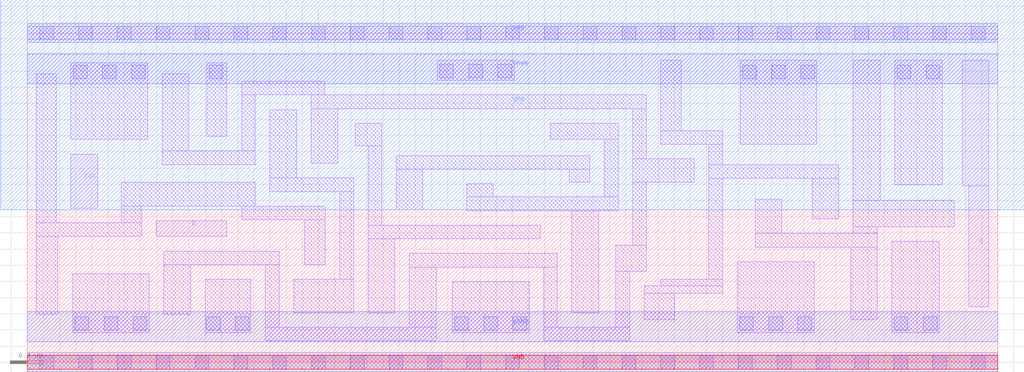
<source format=lef>
# Copyright 2020 The SkyWater PDK Authors
#
# Licensed under the Apache License, Version 2.0 (the "License");
# you may not use this file except in compliance with the License.
# You may obtain a copy of the License at
#
#     https://www.apache.org/licenses/LICENSE-2.0
#
# Unless required by applicable law or agreed to in writing, software
# distributed under the License is distributed on an "AS IS" BASIS,
# WITHOUT WARRANTIES OR CONDITIONS OF ANY KIND, either express or implied.
# See the License for the specific language governing permissions and
# limitations under the License.
#
# SPDX-License-Identifier: Apache-2.0

VERSION 5.7 ;
  NOWIREEXTENSIONATPIN ON ;
  DIVIDERCHAR "/" ;
  BUSBITCHARS "[]" ;
MACRO sky130_fd_sc_hvl__dfxtp_1
  CLASS CORE ;
  FOREIGN sky130_fd_sc_hvl__dfxtp_1 ;
  ORIGIN  0.000000  0.000000 ;
  SIZE  12.00000 BY  4.070000 ;
  SYMMETRY X Y ;
  SITE unithv ;
  PIN D
    ANTENNAGATEAREA  0.420000 ;
    DIRECTION INPUT ;
    USE SIGNAL ;
    PORT
      LAYER li1 ;
        RECT 1.595000 1.555000 2.470000 1.750000 ;
    END
  END D
  PIN Q
    ANTENNADIFFAREA  0.596250 ;
    DIRECTION OUTPUT ;
    USE SIGNAL ;
    PORT
      LAYER li1 ;
        RECT 11.560000 2.185000 11.890000 3.735000 ;
        RECT 11.640000 0.685000 11.890000 2.185000 ;
    END
  END Q
  PIN CLK
    ANTENNAGATEAREA  0.585000 ;
    DIRECTION INPUT ;
    USE CLOCK ;
    PORT
      LAYER li1 ;
        RECT 0.540000 1.905000 0.870000 2.575000 ;
    END
  END CLK
  PIN VGND
    DIRECTION INOUT ;
    USE GROUND ;
    PORT
      LAYER met1 ;
        RECT 0.000000 0.255000 12.000000 0.625000 ;
    END
  END VGND
  PIN VNB
    DIRECTION INOUT ;
    USE GROUND ;
    PORT
      LAYER met1 ;
        RECT 0.000000 -0.115000 12.000000 0.115000 ;
      LAYER pwell ;
        RECT 0.000000 -0.085000 12.000000 0.085000 ;
    END
  END VNB
  PIN VPB
    DIRECTION INOUT ;
    USE POWER ;
    PORT
      LAYER met1 ;
        RECT 0.000000 3.955000 12.000000 4.185000 ;
      LAYER nwell ;
        RECT -0.330000 1.885000 12.330000 4.485000 ;
    END
  END VPB
  PIN VPWR
    DIRECTION INOUT ;
    USE POWER ;
    PORT
      LAYER met1 ;
        RECT 0.000000 3.445000 12.000000 3.815000 ;
    END
  END VPWR
  OBS
    LAYER li1 ;
      RECT  0.000000 -0.085000 12.000000 0.085000 ;
      RECT  0.000000  3.985000 12.000000 4.155000 ;
      RECT  0.110000  0.595000  0.380000 1.555000 ;
      RECT  0.110000  1.555000  1.415000 1.725000 ;
      RECT  0.110000  1.725000  0.360000 3.565000 ;
      RECT  0.540000  2.755000  1.490000 3.705000 ;
      RECT  0.560000  0.365000  1.510000 1.095000 ;
      RECT  1.165000  1.725000  1.415000 1.930000 ;
      RECT  1.165000  1.930000  2.820000 2.225000 ;
      RECT  1.670000  2.445000  2.820000 2.615000 ;
      RECT  1.670000  2.615000  2.000000 3.565000 ;
      RECT  1.690000  0.595000  2.020000 1.205000 ;
      RECT  1.690000  1.205000  3.115000 1.375000 ;
      RECT  2.200000  0.365000  2.765000 1.025000 ;
      RECT  2.220000  2.795000  2.470000 3.705000 ;
      RECT  2.650000  1.760000  3.685000 1.930000 ;
      RECT  2.650000  2.615000  2.820000 3.305000 ;
      RECT  2.650000  3.305000  3.680000 3.475000 ;
      RECT  2.945000  0.265000  5.055000 0.435000 ;
      RECT  2.945000  0.435000  3.115000 1.205000 ;
      RECT  3.000000  2.110000  4.035000 2.280000 ;
      RECT  3.000000  2.280000  3.330000 3.125000 ;
      RECT  3.295000  0.615000  4.035000 1.025000 ;
      RECT  3.430000  1.205000  3.685000 1.760000 ;
      RECT  3.510000  2.460000  3.840000 3.135000 ;
      RECT  3.510000  3.135000  7.655000 3.305000 ;
      RECT  3.865000  1.025000  4.035000 2.110000 ;
      RECT  4.055000  2.675000  4.385000 2.955000 ;
      RECT  4.215000  0.615000  4.545000 1.525000 ;
      RECT  4.215000  1.525000  6.345000 1.695000 ;
      RECT  4.215000  1.695000  4.385000 2.675000 ;
      RECT  4.565000  1.885000  4.890000 2.385000 ;
      RECT  4.565000  2.385000  6.955000 2.555000 ;
      RECT  4.725000  0.435000  5.055000 1.175000 ;
      RECT  4.725000  1.175000  6.555000 1.345000 ;
      RECT  5.070000  3.485000  6.020000 3.735000 ;
      RECT  5.255000  0.365000  6.205000 0.995000 ;
      RECT  5.435000  1.875000  7.305000 2.045000 ;
      RECT  5.435000  2.045000  5.765000 2.205000 ;
      RECT  6.385000  0.265000  7.450000 0.435000 ;
      RECT  6.385000  0.435000  6.555000 1.175000 ;
      RECT  6.470000  2.755000  7.305000 2.955000 ;
      RECT  6.705000  2.225000  6.955000 2.385000 ;
      RECT  6.735000  0.615000  7.065000 1.875000 ;
      RECT  7.135000  2.045000  7.305000 2.755000 ;
      RECT  7.280000  0.435000  7.450000 1.125000 ;
      RECT  7.280000  1.125000  7.655000 1.445000 ;
      RECT  7.485000  1.445000  7.655000 2.225000 ;
      RECT  7.485000  2.225000  8.250000 2.515000 ;
      RECT  7.485000  2.515000  7.655000 3.135000 ;
      RECT  7.630000  0.525000  8.005000 0.855000 ;
      RECT  7.630000  0.855000  8.600000 0.945000 ;
      RECT  7.835000  0.945000  8.600000 1.025000 ;
      RECT  7.835000  2.695000  8.600000 2.865000 ;
      RECT  7.835000  2.865000  8.085000 3.735000 ;
      RECT  8.430000  1.025000  8.600000 2.275000 ;
      RECT  8.430000  2.275000 10.035000 2.445000 ;
      RECT  8.430000  2.445000  8.600000 2.695000 ;
      RECT  8.780000  0.365000  9.730000 1.245000 ;
      RECT  8.815000  2.695000  9.765000 3.735000 ;
      RECT  9.000000  1.425000 10.510000 1.595000 ;
      RECT  9.000000  1.595000  9.330000 2.015000 ;
      RECT  9.705000  1.775000 10.035000 2.275000 ;
      RECT 10.180000  0.525000 10.510000 1.425000 ;
      RECT 10.215000  1.595000 10.510000 1.675000 ;
      RECT 10.215000  1.675000 11.460000 2.005000 ;
      RECT 10.215000  2.005000 10.545000 3.735000 ;
      RECT 10.690000  0.365000 11.280000 1.495000 ;
      RECT 10.725000  2.195000 11.315000 3.735000 ;
    LAYER mcon ;
      RECT  0.155000 -0.085000  0.325000 0.085000 ;
      RECT  0.155000  3.985000  0.325000 4.155000 ;
      RECT  0.570000  3.505000  0.740000 3.675000 ;
      RECT  0.590000  0.395000  0.760000 0.565000 ;
      RECT  0.635000 -0.085000  0.805000 0.085000 ;
      RECT  0.635000  3.985000  0.805000 4.155000 ;
      RECT  0.930000  3.505000  1.100000 3.675000 ;
      RECT  0.950000  0.395000  1.120000 0.565000 ;
      RECT  1.115000 -0.085000  1.285000 0.085000 ;
      RECT  1.115000  3.985000  1.285000 4.155000 ;
      RECT  1.290000  3.505000  1.460000 3.675000 ;
      RECT  1.310000  0.395000  1.480000 0.565000 ;
      RECT  1.595000 -0.085000  1.765000 0.085000 ;
      RECT  1.595000  3.985000  1.765000 4.155000 ;
      RECT  2.075000 -0.085000  2.245000 0.085000 ;
      RECT  2.075000  3.985000  2.245000 4.155000 ;
      RECT  2.215000  0.395000  2.385000 0.565000 ;
      RECT  2.250000  3.505000  2.420000 3.675000 ;
      RECT  2.555000 -0.085000  2.725000 0.085000 ;
      RECT  2.555000  3.985000  2.725000 4.155000 ;
      RECT  2.575000  0.395000  2.745000 0.565000 ;
      RECT  3.035000 -0.085000  3.205000 0.085000 ;
      RECT  3.035000  3.985000  3.205000 4.155000 ;
      RECT  3.515000 -0.085000  3.685000 0.085000 ;
      RECT  3.515000  3.985000  3.685000 4.155000 ;
      RECT  3.995000 -0.085000  4.165000 0.085000 ;
      RECT  3.995000  3.985000  4.165000 4.155000 ;
      RECT  4.475000 -0.085000  4.645000 0.085000 ;
      RECT  4.475000  3.985000  4.645000 4.155000 ;
      RECT  4.955000 -0.085000  5.125000 0.085000 ;
      RECT  4.955000  3.985000  5.125000 4.155000 ;
      RECT  5.100000  3.515000  5.270000 3.685000 ;
      RECT  5.285000  0.395000  5.455000 0.565000 ;
      RECT  5.435000 -0.085000  5.605000 0.085000 ;
      RECT  5.435000  3.985000  5.605000 4.155000 ;
      RECT  5.460000  3.515000  5.630000 3.685000 ;
      RECT  5.645000  0.395000  5.815000 0.565000 ;
      RECT  5.820000  3.515000  5.990000 3.685000 ;
      RECT  5.915000 -0.085000  6.085000 0.085000 ;
      RECT  5.915000  3.985000  6.085000 4.155000 ;
      RECT  6.005000  0.395000  6.175000 0.565000 ;
      RECT  6.395000 -0.085000  6.565000 0.085000 ;
      RECT  6.395000  3.985000  6.565000 4.155000 ;
      RECT  6.875000 -0.085000  7.045000 0.085000 ;
      RECT  6.875000  3.985000  7.045000 4.155000 ;
      RECT  7.355000 -0.085000  7.525000 0.085000 ;
      RECT  7.355000  3.985000  7.525000 4.155000 ;
      RECT  7.835000 -0.085000  8.005000 0.085000 ;
      RECT  7.835000  3.985000  8.005000 4.155000 ;
      RECT  8.315000 -0.085000  8.485000 0.085000 ;
      RECT  8.315000  3.985000  8.485000 4.155000 ;
      RECT  8.795000 -0.085000  8.965000 0.085000 ;
      RECT  8.795000  3.985000  8.965000 4.155000 ;
      RECT  8.810000  0.395000  8.980000 0.565000 ;
      RECT  8.845000  3.505000  9.015000 3.675000 ;
      RECT  9.170000  0.395000  9.340000 0.565000 ;
      RECT  9.205000  3.505000  9.375000 3.675000 ;
      RECT  9.275000 -0.085000  9.445000 0.085000 ;
      RECT  9.275000  3.985000  9.445000 4.155000 ;
      RECT  9.530000  0.395000  9.700000 0.565000 ;
      RECT  9.565000  3.505000  9.735000 3.675000 ;
      RECT  9.755000 -0.085000  9.925000 0.085000 ;
      RECT  9.755000  3.985000  9.925000 4.155000 ;
      RECT 10.235000 -0.085000 10.405000 0.085000 ;
      RECT 10.235000  3.985000 10.405000 4.155000 ;
      RECT 10.715000 -0.085000 10.885000 0.085000 ;
      RECT 10.715000  3.985000 10.885000 4.155000 ;
      RECT 10.720000  0.395000 10.890000 0.565000 ;
      RECT 10.755000  3.505000 10.925000 3.675000 ;
      RECT 11.080000  0.395000 11.250000 0.565000 ;
      RECT 11.115000  3.505000 11.285000 3.675000 ;
      RECT 11.195000 -0.085000 11.365000 0.085000 ;
      RECT 11.195000  3.985000 11.365000 4.155000 ;
      RECT 11.675000 -0.085000 11.845000 0.085000 ;
      RECT 11.675000  3.985000 11.845000 4.155000 ;
  END
END sky130_fd_sc_hvl__dfxtp_1
END LIBRARY

</source>
